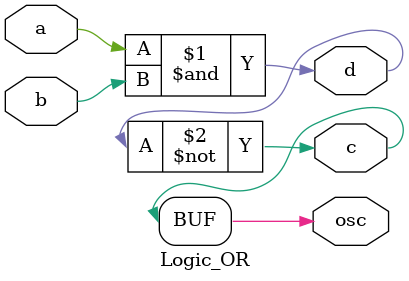
<source format=v>
`timescale 1ns / 1ps


module Logic_OR(
input a,b,//sw1 and sw2
output c,d,osc
    );
    
assign c =~(a&b);
assign d = ~c;
assign osc = c; // out oscilograph
    
endmodule

</source>
